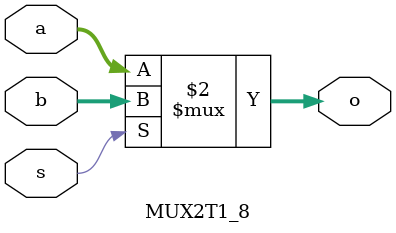
<source format=v>
`timescale 1ns / 1ps
module MUX2T1_8(s, a, b, o);
input  s;
input  [7:0] a;
input  [7:0] b;
output [7:0] o;

assign o = (s == 1'b0) ? a : b;

endmodule

</source>
